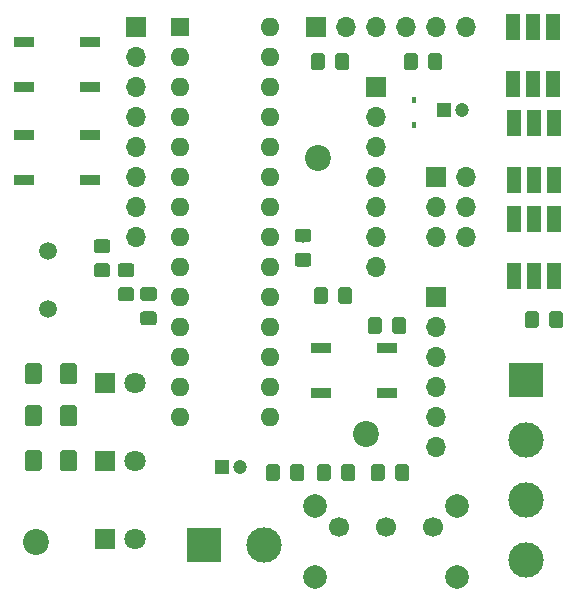
<source format=gts>
G04 #@! TF.GenerationSoftware,KiCad,Pcbnew,(5.1.2)-1*
G04 #@! TF.CreationDate,2019-06-09T10:24:47-07:00*
G04 #@! TF.ProjectId,gen3basic,67656e33-6261-4736-9963-2e6b69636164,v1.0a*
G04 #@! TF.SameCoordinates,PX3072580PY2a640d0*
G04 #@! TF.FileFunction,Soldermask,Top*
G04 #@! TF.FilePolarity,Negative*
%FSLAX46Y46*%
G04 Gerber Fmt 4.6, Leading zero omitted, Abs format (unit mm)*
G04 Created by KiCad (PCBNEW (5.1.2)-1) date 2019-06-09 10:24:47*
%MOMM*%
%LPD*%
G04 APERTURE LIST*
%ADD10R,1.303200X2.203200*%
%ADD11O,1.700000X1.700000*%
%ADD12R,1.700000X1.700000*%
%ADD13C,3.000000*%
%ADD14R,3.000000X3.000000*%
%ADD15C,1.700000*%
%ADD16C,2.000000*%
%ADD17C,0.100000*%
%ADD18C,1.150000*%
%ADD19C,2.200000*%
%ADD20R,1.727200X0.965200*%
%ADD21C,1.425000*%
%ADD22C,1.500000*%
%ADD23C,1.800000*%
%ADD24R,1.800000X1.800000*%
%ADD25R,0.450000X0.600000*%
%ADD26O,1.600000X1.600000*%
%ADD27R,1.600000X1.600000*%
%ADD28C,1.200000*%
%ADD29R,1.200000X1.200000*%
G04 APERTURE END LIST*
D10*
X43971000Y-6705000D03*
X45671000Y-6704998D03*
X47371001Y-6705000D03*
X47371000Y-1905000D03*
X45671000Y-1905002D03*
X43970999Y-1905000D03*
X44020000Y-14846000D03*
X45720000Y-14845998D03*
X47420001Y-14846000D03*
X47420000Y-10046000D03*
X45720000Y-10046002D03*
X44019999Y-10046000D03*
X44020000Y-22974000D03*
X45720000Y-22973998D03*
X47420001Y-22974000D03*
X47420000Y-18174000D03*
X45720000Y-18174002D03*
X44019999Y-18174000D03*
D11*
X40005000Y-1905000D03*
X37465000Y-1905000D03*
X34925000Y-1905000D03*
X32385000Y-1905000D03*
X29845000Y-1905000D03*
D12*
X27305000Y-1905000D03*
D13*
X22860000Y-45720000D03*
D14*
X17780000Y-45720000D03*
D15*
X37210000Y-44196000D03*
X33210000Y-44196000D03*
X29210000Y-44196000D03*
D16*
X27210000Y-48446000D03*
X39210000Y-48446000D03*
X39210000Y-42446000D03*
X27210000Y-42446000D03*
D17*
G36*
X34648505Y-26479204D02*
G01*
X34672773Y-26482804D01*
X34696572Y-26488765D01*
X34719671Y-26497030D01*
X34741850Y-26507520D01*
X34762893Y-26520132D01*
X34782599Y-26534747D01*
X34800777Y-26551223D01*
X34817253Y-26569401D01*
X34831868Y-26589107D01*
X34844480Y-26610150D01*
X34854970Y-26632329D01*
X34863235Y-26655428D01*
X34869196Y-26679227D01*
X34872796Y-26703495D01*
X34874000Y-26727999D01*
X34874000Y-27628001D01*
X34872796Y-27652505D01*
X34869196Y-27676773D01*
X34863235Y-27700572D01*
X34854970Y-27723671D01*
X34844480Y-27745850D01*
X34831868Y-27766893D01*
X34817253Y-27786599D01*
X34800777Y-27804777D01*
X34782599Y-27821253D01*
X34762893Y-27835868D01*
X34741850Y-27848480D01*
X34719671Y-27858970D01*
X34696572Y-27867235D01*
X34672773Y-27873196D01*
X34648505Y-27876796D01*
X34624001Y-27878000D01*
X33973999Y-27878000D01*
X33949495Y-27876796D01*
X33925227Y-27873196D01*
X33901428Y-27867235D01*
X33878329Y-27858970D01*
X33856150Y-27848480D01*
X33835107Y-27835868D01*
X33815401Y-27821253D01*
X33797223Y-27804777D01*
X33780747Y-27786599D01*
X33766132Y-27766893D01*
X33753520Y-27745850D01*
X33743030Y-27723671D01*
X33734765Y-27700572D01*
X33728804Y-27676773D01*
X33725204Y-27652505D01*
X33724000Y-27628001D01*
X33724000Y-26727999D01*
X33725204Y-26703495D01*
X33728804Y-26679227D01*
X33734765Y-26655428D01*
X33743030Y-26632329D01*
X33753520Y-26610150D01*
X33766132Y-26589107D01*
X33780747Y-26569401D01*
X33797223Y-26551223D01*
X33815401Y-26534747D01*
X33835107Y-26520132D01*
X33856150Y-26507520D01*
X33878329Y-26497030D01*
X33901428Y-26488765D01*
X33925227Y-26482804D01*
X33949495Y-26479204D01*
X33973999Y-26478000D01*
X34624001Y-26478000D01*
X34648505Y-26479204D01*
X34648505Y-26479204D01*
G37*
D18*
X34299000Y-27178000D03*
D17*
G36*
X32598505Y-26479204D02*
G01*
X32622773Y-26482804D01*
X32646572Y-26488765D01*
X32669671Y-26497030D01*
X32691850Y-26507520D01*
X32712893Y-26520132D01*
X32732599Y-26534747D01*
X32750777Y-26551223D01*
X32767253Y-26569401D01*
X32781868Y-26589107D01*
X32794480Y-26610150D01*
X32804970Y-26632329D01*
X32813235Y-26655428D01*
X32819196Y-26679227D01*
X32822796Y-26703495D01*
X32824000Y-26727999D01*
X32824000Y-27628001D01*
X32822796Y-27652505D01*
X32819196Y-27676773D01*
X32813235Y-27700572D01*
X32804970Y-27723671D01*
X32794480Y-27745850D01*
X32781868Y-27766893D01*
X32767253Y-27786599D01*
X32750777Y-27804777D01*
X32732599Y-27821253D01*
X32712893Y-27835868D01*
X32691850Y-27848480D01*
X32669671Y-27858970D01*
X32646572Y-27867235D01*
X32622773Y-27873196D01*
X32598505Y-27876796D01*
X32574001Y-27878000D01*
X31923999Y-27878000D01*
X31899495Y-27876796D01*
X31875227Y-27873196D01*
X31851428Y-27867235D01*
X31828329Y-27858970D01*
X31806150Y-27848480D01*
X31785107Y-27835868D01*
X31765401Y-27821253D01*
X31747223Y-27804777D01*
X31730747Y-27786599D01*
X31716132Y-27766893D01*
X31703520Y-27745850D01*
X31693030Y-27723671D01*
X31684765Y-27700572D01*
X31678804Y-27676773D01*
X31675204Y-27652505D01*
X31674000Y-27628001D01*
X31674000Y-26727999D01*
X31675204Y-26703495D01*
X31678804Y-26679227D01*
X31684765Y-26655428D01*
X31693030Y-26632329D01*
X31703520Y-26610150D01*
X31716132Y-26589107D01*
X31730747Y-26569401D01*
X31747223Y-26551223D01*
X31765401Y-26534747D01*
X31785107Y-26520132D01*
X31806150Y-26507520D01*
X31828329Y-26497030D01*
X31851428Y-26488765D01*
X31875227Y-26482804D01*
X31899495Y-26479204D01*
X31923999Y-26478000D01*
X32574001Y-26478000D01*
X32598505Y-26479204D01*
X32598505Y-26479204D01*
G37*
D18*
X32249000Y-27178000D03*
D17*
G36*
X30076505Y-23939204D02*
G01*
X30100773Y-23942804D01*
X30124572Y-23948765D01*
X30147671Y-23957030D01*
X30169850Y-23967520D01*
X30190893Y-23980132D01*
X30210599Y-23994747D01*
X30228777Y-24011223D01*
X30245253Y-24029401D01*
X30259868Y-24049107D01*
X30272480Y-24070150D01*
X30282970Y-24092329D01*
X30291235Y-24115428D01*
X30297196Y-24139227D01*
X30300796Y-24163495D01*
X30302000Y-24187999D01*
X30302000Y-25088001D01*
X30300796Y-25112505D01*
X30297196Y-25136773D01*
X30291235Y-25160572D01*
X30282970Y-25183671D01*
X30272480Y-25205850D01*
X30259868Y-25226893D01*
X30245253Y-25246599D01*
X30228777Y-25264777D01*
X30210599Y-25281253D01*
X30190893Y-25295868D01*
X30169850Y-25308480D01*
X30147671Y-25318970D01*
X30124572Y-25327235D01*
X30100773Y-25333196D01*
X30076505Y-25336796D01*
X30052001Y-25338000D01*
X29401999Y-25338000D01*
X29377495Y-25336796D01*
X29353227Y-25333196D01*
X29329428Y-25327235D01*
X29306329Y-25318970D01*
X29284150Y-25308480D01*
X29263107Y-25295868D01*
X29243401Y-25281253D01*
X29225223Y-25264777D01*
X29208747Y-25246599D01*
X29194132Y-25226893D01*
X29181520Y-25205850D01*
X29171030Y-25183671D01*
X29162765Y-25160572D01*
X29156804Y-25136773D01*
X29153204Y-25112505D01*
X29152000Y-25088001D01*
X29152000Y-24187999D01*
X29153204Y-24163495D01*
X29156804Y-24139227D01*
X29162765Y-24115428D01*
X29171030Y-24092329D01*
X29181520Y-24070150D01*
X29194132Y-24049107D01*
X29208747Y-24029401D01*
X29225223Y-24011223D01*
X29243401Y-23994747D01*
X29263107Y-23980132D01*
X29284150Y-23967520D01*
X29306329Y-23957030D01*
X29329428Y-23948765D01*
X29353227Y-23942804D01*
X29377495Y-23939204D01*
X29401999Y-23938000D01*
X30052001Y-23938000D01*
X30076505Y-23939204D01*
X30076505Y-23939204D01*
G37*
D18*
X29727000Y-24638000D03*
D17*
G36*
X28026505Y-23939204D02*
G01*
X28050773Y-23942804D01*
X28074572Y-23948765D01*
X28097671Y-23957030D01*
X28119850Y-23967520D01*
X28140893Y-23980132D01*
X28160599Y-23994747D01*
X28178777Y-24011223D01*
X28195253Y-24029401D01*
X28209868Y-24049107D01*
X28222480Y-24070150D01*
X28232970Y-24092329D01*
X28241235Y-24115428D01*
X28247196Y-24139227D01*
X28250796Y-24163495D01*
X28252000Y-24187999D01*
X28252000Y-25088001D01*
X28250796Y-25112505D01*
X28247196Y-25136773D01*
X28241235Y-25160572D01*
X28232970Y-25183671D01*
X28222480Y-25205850D01*
X28209868Y-25226893D01*
X28195253Y-25246599D01*
X28178777Y-25264777D01*
X28160599Y-25281253D01*
X28140893Y-25295868D01*
X28119850Y-25308480D01*
X28097671Y-25318970D01*
X28074572Y-25327235D01*
X28050773Y-25333196D01*
X28026505Y-25336796D01*
X28002001Y-25338000D01*
X27351999Y-25338000D01*
X27327495Y-25336796D01*
X27303227Y-25333196D01*
X27279428Y-25327235D01*
X27256329Y-25318970D01*
X27234150Y-25308480D01*
X27213107Y-25295868D01*
X27193401Y-25281253D01*
X27175223Y-25264777D01*
X27158747Y-25246599D01*
X27144132Y-25226893D01*
X27131520Y-25205850D01*
X27121030Y-25183671D01*
X27112765Y-25160572D01*
X27106804Y-25136773D01*
X27103204Y-25112505D01*
X27102000Y-25088001D01*
X27102000Y-24187999D01*
X27103204Y-24163495D01*
X27106804Y-24139227D01*
X27112765Y-24115428D01*
X27121030Y-24092329D01*
X27131520Y-24070150D01*
X27144132Y-24049107D01*
X27158747Y-24029401D01*
X27175223Y-24011223D01*
X27193401Y-23994747D01*
X27213107Y-23980132D01*
X27234150Y-23967520D01*
X27256329Y-23957030D01*
X27279428Y-23948765D01*
X27303227Y-23942804D01*
X27327495Y-23939204D01*
X27351999Y-23938000D01*
X28002001Y-23938000D01*
X28026505Y-23939204D01*
X28026505Y-23939204D01*
G37*
D18*
X27677000Y-24638000D03*
D19*
X31496000Y-36322000D03*
X27432000Y-12954000D03*
X3556000Y-45466000D03*
D17*
G36*
X23962505Y-38925204D02*
G01*
X23986773Y-38928804D01*
X24010572Y-38934765D01*
X24033671Y-38943030D01*
X24055850Y-38953520D01*
X24076893Y-38966132D01*
X24096599Y-38980747D01*
X24114777Y-38997223D01*
X24131253Y-39015401D01*
X24145868Y-39035107D01*
X24158480Y-39056150D01*
X24168970Y-39078329D01*
X24177235Y-39101428D01*
X24183196Y-39125227D01*
X24186796Y-39149495D01*
X24188000Y-39173999D01*
X24188000Y-40074001D01*
X24186796Y-40098505D01*
X24183196Y-40122773D01*
X24177235Y-40146572D01*
X24168970Y-40169671D01*
X24158480Y-40191850D01*
X24145868Y-40212893D01*
X24131253Y-40232599D01*
X24114777Y-40250777D01*
X24096599Y-40267253D01*
X24076893Y-40281868D01*
X24055850Y-40294480D01*
X24033671Y-40304970D01*
X24010572Y-40313235D01*
X23986773Y-40319196D01*
X23962505Y-40322796D01*
X23938001Y-40324000D01*
X23287999Y-40324000D01*
X23263495Y-40322796D01*
X23239227Y-40319196D01*
X23215428Y-40313235D01*
X23192329Y-40304970D01*
X23170150Y-40294480D01*
X23149107Y-40281868D01*
X23129401Y-40267253D01*
X23111223Y-40250777D01*
X23094747Y-40232599D01*
X23080132Y-40212893D01*
X23067520Y-40191850D01*
X23057030Y-40169671D01*
X23048765Y-40146572D01*
X23042804Y-40122773D01*
X23039204Y-40098505D01*
X23038000Y-40074001D01*
X23038000Y-39173999D01*
X23039204Y-39149495D01*
X23042804Y-39125227D01*
X23048765Y-39101428D01*
X23057030Y-39078329D01*
X23067520Y-39056150D01*
X23080132Y-39035107D01*
X23094747Y-39015401D01*
X23111223Y-38997223D01*
X23129401Y-38980747D01*
X23149107Y-38966132D01*
X23170150Y-38953520D01*
X23192329Y-38943030D01*
X23215428Y-38934765D01*
X23239227Y-38928804D01*
X23263495Y-38925204D01*
X23287999Y-38924000D01*
X23938001Y-38924000D01*
X23962505Y-38925204D01*
X23962505Y-38925204D01*
G37*
D18*
X23613000Y-39624000D03*
D17*
G36*
X26012505Y-38925204D02*
G01*
X26036773Y-38928804D01*
X26060572Y-38934765D01*
X26083671Y-38943030D01*
X26105850Y-38953520D01*
X26126893Y-38966132D01*
X26146599Y-38980747D01*
X26164777Y-38997223D01*
X26181253Y-39015401D01*
X26195868Y-39035107D01*
X26208480Y-39056150D01*
X26218970Y-39078329D01*
X26227235Y-39101428D01*
X26233196Y-39125227D01*
X26236796Y-39149495D01*
X26238000Y-39173999D01*
X26238000Y-40074001D01*
X26236796Y-40098505D01*
X26233196Y-40122773D01*
X26227235Y-40146572D01*
X26218970Y-40169671D01*
X26208480Y-40191850D01*
X26195868Y-40212893D01*
X26181253Y-40232599D01*
X26164777Y-40250777D01*
X26146599Y-40267253D01*
X26126893Y-40281868D01*
X26105850Y-40294480D01*
X26083671Y-40304970D01*
X26060572Y-40313235D01*
X26036773Y-40319196D01*
X26012505Y-40322796D01*
X25988001Y-40324000D01*
X25337999Y-40324000D01*
X25313495Y-40322796D01*
X25289227Y-40319196D01*
X25265428Y-40313235D01*
X25242329Y-40304970D01*
X25220150Y-40294480D01*
X25199107Y-40281868D01*
X25179401Y-40267253D01*
X25161223Y-40250777D01*
X25144747Y-40232599D01*
X25130132Y-40212893D01*
X25117520Y-40191850D01*
X25107030Y-40169671D01*
X25098765Y-40146572D01*
X25092804Y-40122773D01*
X25089204Y-40098505D01*
X25088000Y-40074001D01*
X25088000Y-39173999D01*
X25089204Y-39149495D01*
X25092804Y-39125227D01*
X25098765Y-39101428D01*
X25107030Y-39078329D01*
X25117520Y-39056150D01*
X25130132Y-39035107D01*
X25144747Y-39015401D01*
X25161223Y-38997223D01*
X25179401Y-38980747D01*
X25199107Y-38966132D01*
X25220150Y-38953520D01*
X25242329Y-38943030D01*
X25265428Y-38934765D01*
X25289227Y-38928804D01*
X25313495Y-38925204D01*
X25337999Y-38924000D01*
X25988001Y-38924000D01*
X26012505Y-38925204D01*
X26012505Y-38925204D01*
G37*
D18*
X25663000Y-39624000D03*
D20*
X33274000Y-32893000D03*
X27686000Y-32893000D03*
X33274000Y-29083000D03*
X27686000Y-29083000D03*
D17*
G36*
X3825504Y-33924204D02*
G01*
X3849773Y-33927804D01*
X3873571Y-33933765D01*
X3896671Y-33942030D01*
X3918849Y-33952520D01*
X3939893Y-33965133D01*
X3959598Y-33979747D01*
X3977777Y-33996223D01*
X3994253Y-34014402D01*
X4008867Y-34034107D01*
X4021480Y-34055151D01*
X4031970Y-34077329D01*
X4040235Y-34100429D01*
X4046196Y-34124227D01*
X4049796Y-34148496D01*
X4051000Y-34173000D01*
X4051000Y-35423000D01*
X4049796Y-35447504D01*
X4046196Y-35471773D01*
X4040235Y-35495571D01*
X4031970Y-35518671D01*
X4021480Y-35540849D01*
X4008867Y-35561893D01*
X3994253Y-35581598D01*
X3977777Y-35599777D01*
X3959598Y-35616253D01*
X3939893Y-35630867D01*
X3918849Y-35643480D01*
X3896671Y-35653970D01*
X3873571Y-35662235D01*
X3849773Y-35668196D01*
X3825504Y-35671796D01*
X3801000Y-35673000D01*
X2876000Y-35673000D01*
X2851496Y-35671796D01*
X2827227Y-35668196D01*
X2803429Y-35662235D01*
X2780329Y-35653970D01*
X2758151Y-35643480D01*
X2737107Y-35630867D01*
X2717402Y-35616253D01*
X2699223Y-35599777D01*
X2682747Y-35581598D01*
X2668133Y-35561893D01*
X2655520Y-35540849D01*
X2645030Y-35518671D01*
X2636765Y-35495571D01*
X2630804Y-35471773D01*
X2627204Y-35447504D01*
X2626000Y-35423000D01*
X2626000Y-34173000D01*
X2627204Y-34148496D01*
X2630804Y-34124227D01*
X2636765Y-34100429D01*
X2645030Y-34077329D01*
X2655520Y-34055151D01*
X2668133Y-34034107D01*
X2682747Y-34014402D01*
X2699223Y-33996223D01*
X2717402Y-33979747D01*
X2737107Y-33965133D01*
X2758151Y-33952520D01*
X2780329Y-33942030D01*
X2803429Y-33933765D01*
X2827227Y-33927804D01*
X2851496Y-33924204D01*
X2876000Y-33923000D01*
X3801000Y-33923000D01*
X3825504Y-33924204D01*
X3825504Y-33924204D01*
G37*
D21*
X3338500Y-34798000D03*
D17*
G36*
X6800504Y-33924204D02*
G01*
X6824773Y-33927804D01*
X6848571Y-33933765D01*
X6871671Y-33942030D01*
X6893849Y-33952520D01*
X6914893Y-33965133D01*
X6934598Y-33979747D01*
X6952777Y-33996223D01*
X6969253Y-34014402D01*
X6983867Y-34034107D01*
X6996480Y-34055151D01*
X7006970Y-34077329D01*
X7015235Y-34100429D01*
X7021196Y-34124227D01*
X7024796Y-34148496D01*
X7026000Y-34173000D01*
X7026000Y-35423000D01*
X7024796Y-35447504D01*
X7021196Y-35471773D01*
X7015235Y-35495571D01*
X7006970Y-35518671D01*
X6996480Y-35540849D01*
X6983867Y-35561893D01*
X6969253Y-35581598D01*
X6952777Y-35599777D01*
X6934598Y-35616253D01*
X6914893Y-35630867D01*
X6893849Y-35643480D01*
X6871671Y-35653970D01*
X6848571Y-35662235D01*
X6824773Y-35668196D01*
X6800504Y-35671796D01*
X6776000Y-35673000D01*
X5851000Y-35673000D01*
X5826496Y-35671796D01*
X5802227Y-35668196D01*
X5778429Y-35662235D01*
X5755329Y-35653970D01*
X5733151Y-35643480D01*
X5712107Y-35630867D01*
X5692402Y-35616253D01*
X5674223Y-35599777D01*
X5657747Y-35581598D01*
X5643133Y-35561893D01*
X5630520Y-35540849D01*
X5620030Y-35518671D01*
X5611765Y-35495571D01*
X5605804Y-35471773D01*
X5602204Y-35447504D01*
X5601000Y-35423000D01*
X5601000Y-34173000D01*
X5602204Y-34148496D01*
X5605804Y-34124227D01*
X5611765Y-34100429D01*
X5620030Y-34077329D01*
X5630520Y-34055151D01*
X5643133Y-34034107D01*
X5657747Y-34014402D01*
X5674223Y-33996223D01*
X5692402Y-33979747D01*
X5712107Y-33965133D01*
X5733151Y-33952520D01*
X5755329Y-33942030D01*
X5778429Y-33933765D01*
X5802227Y-33927804D01*
X5826496Y-33924204D01*
X5851000Y-33923000D01*
X6776000Y-33923000D01*
X6800504Y-33924204D01*
X6800504Y-33924204D01*
G37*
D21*
X6313500Y-34798000D03*
D17*
G36*
X3825504Y-30368204D02*
G01*
X3849773Y-30371804D01*
X3873571Y-30377765D01*
X3896671Y-30386030D01*
X3918849Y-30396520D01*
X3939893Y-30409133D01*
X3959598Y-30423747D01*
X3977777Y-30440223D01*
X3994253Y-30458402D01*
X4008867Y-30478107D01*
X4021480Y-30499151D01*
X4031970Y-30521329D01*
X4040235Y-30544429D01*
X4046196Y-30568227D01*
X4049796Y-30592496D01*
X4051000Y-30617000D01*
X4051000Y-31867000D01*
X4049796Y-31891504D01*
X4046196Y-31915773D01*
X4040235Y-31939571D01*
X4031970Y-31962671D01*
X4021480Y-31984849D01*
X4008867Y-32005893D01*
X3994253Y-32025598D01*
X3977777Y-32043777D01*
X3959598Y-32060253D01*
X3939893Y-32074867D01*
X3918849Y-32087480D01*
X3896671Y-32097970D01*
X3873571Y-32106235D01*
X3849773Y-32112196D01*
X3825504Y-32115796D01*
X3801000Y-32117000D01*
X2876000Y-32117000D01*
X2851496Y-32115796D01*
X2827227Y-32112196D01*
X2803429Y-32106235D01*
X2780329Y-32097970D01*
X2758151Y-32087480D01*
X2737107Y-32074867D01*
X2717402Y-32060253D01*
X2699223Y-32043777D01*
X2682747Y-32025598D01*
X2668133Y-32005893D01*
X2655520Y-31984849D01*
X2645030Y-31962671D01*
X2636765Y-31939571D01*
X2630804Y-31915773D01*
X2627204Y-31891504D01*
X2626000Y-31867000D01*
X2626000Y-30617000D01*
X2627204Y-30592496D01*
X2630804Y-30568227D01*
X2636765Y-30544429D01*
X2645030Y-30521329D01*
X2655520Y-30499151D01*
X2668133Y-30478107D01*
X2682747Y-30458402D01*
X2699223Y-30440223D01*
X2717402Y-30423747D01*
X2737107Y-30409133D01*
X2758151Y-30396520D01*
X2780329Y-30386030D01*
X2803429Y-30377765D01*
X2827227Y-30371804D01*
X2851496Y-30368204D01*
X2876000Y-30367000D01*
X3801000Y-30367000D01*
X3825504Y-30368204D01*
X3825504Y-30368204D01*
G37*
D21*
X3338500Y-31242000D03*
D17*
G36*
X6800504Y-30368204D02*
G01*
X6824773Y-30371804D01*
X6848571Y-30377765D01*
X6871671Y-30386030D01*
X6893849Y-30396520D01*
X6914893Y-30409133D01*
X6934598Y-30423747D01*
X6952777Y-30440223D01*
X6969253Y-30458402D01*
X6983867Y-30478107D01*
X6996480Y-30499151D01*
X7006970Y-30521329D01*
X7015235Y-30544429D01*
X7021196Y-30568227D01*
X7024796Y-30592496D01*
X7026000Y-30617000D01*
X7026000Y-31867000D01*
X7024796Y-31891504D01*
X7021196Y-31915773D01*
X7015235Y-31939571D01*
X7006970Y-31962671D01*
X6996480Y-31984849D01*
X6983867Y-32005893D01*
X6969253Y-32025598D01*
X6952777Y-32043777D01*
X6934598Y-32060253D01*
X6914893Y-32074867D01*
X6893849Y-32087480D01*
X6871671Y-32097970D01*
X6848571Y-32106235D01*
X6824773Y-32112196D01*
X6800504Y-32115796D01*
X6776000Y-32117000D01*
X5851000Y-32117000D01*
X5826496Y-32115796D01*
X5802227Y-32112196D01*
X5778429Y-32106235D01*
X5755329Y-32097970D01*
X5733151Y-32087480D01*
X5712107Y-32074867D01*
X5692402Y-32060253D01*
X5674223Y-32043777D01*
X5657747Y-32025598D01*
X5643133Y-32005893D01*
X5630520Y-31984849D01*
X5620030Y-31962671D01*
X5611765Y-31939571D01*
X5605804Y-31915773D01*
X5602204Y-31891504D01*
X5601000Y-31867000D01*
X5601000Y-30617000D01*
X5602204Y-30592496D01*
X5605804Y-30568227D01*
X5611765Y-30544429D01*
X5620030Y-30521329D01*
X5630520Y-30499151D01*
X5643133Y-30478107D01*
X5657747Y-30458402D01*
X5674223Y-30440223D01*
X5692402Y-30423747D01*
X5712107Y-30409133D01*
X5733151Y-30396520D01*
X5755329Y-30386030D01*
X5778429Y-30377765D01*
X5802227Y-30371804D01*
X5826496Y-30368204D01*
X5851000Y-30367000D01*
X6776000Y-30367000D01*
X6800504Y-30368204D01*
X6800504Y-30368204D01*
G37*
D21*
X6313500Y-31242000D03*
D17*
G36*
X3825504Y-37734204D02*
G01*
X3849773Y-37737804D01*
X3873571Y-37743765D01*
X3896671Y-37752030D01*
X3918849Y-37762520D01*
X3939893Y-37775133D01*
X3959598Y-37789747D01*
X3977777Y-37806223D01*
X3994253Y-37824402D01*
X4008867Y-37844107D01*
X4021480Y-37865151D01*
X4031970Y-37887329D01*
X4040235Y-37910429D01*
X4046196Y-37934227D01*
X4049796Y-37958496D01*
X4051000Y-37983000D01*
X4051000Y-39233000D01*
X4049796Y-39257504D01*
X4046196Y-39281773D01*
X4040235Y-39305571D01*
X4031970Y-39328671D01*
X4021480Y-39350849D01*
X4008867Y-39371893D01*
X3994253Y-39391598D01*
X3977777Y-39409777D01*
X3959598Y-39426253D01*
X3939893Y-39440867D01*
X3918849Y-39453480D01*
X3896671Y-39463970D01*
X3873571Y-39472235D01*
X3849773Y-39478196D01*
X3825504Y-39481796D01*
X3801000Y-39483000D01*
X2876000Y-39483000D01*
X2851496Y-39481796D01*
X2827227Y-39478196D01*
X2803429Y-39472235D01*
X2780329Y-39463970D01*
X2758151Y-39453480D01*
X2737107Y-39440867D01*
X2717402Y-39426253D01*
X2699223Y-39409777D01*
X2682747Y-39391598D01*
X2668133Y-39371893D01*
X2655520Y-39350849D01*
X2645030Y-39328671D01*
X2636765Y-39305571D01*
X2630804Y-39281773D01*
X2627204Y-39257504D01*
X2626000Y-39233000D01*
X2626000Y-37983000D01*
X2627204Y-37958496D01*
X2630804Y-37934227D01*
X2636765Y-37910429D01*
X2645030Y-37887329D01*
X2655520Y-37865151D01*
X2668133Y-37844107D01*
X2682747Y-37824402D01*
X2699223Y-37806223D01*
X2717402Y-37789747D01*
X2737107Y-37775133D01*
X2758151Y-37762520D01*
X2780329Y-37752030D01*
X2803429Y-37743765D01*
X2827227Y-37737804D01*
X2851496Y-37734204D01*
X2876000Y-37733000D01*
X3801000Y-37733000D01*
X3825504Y-37734204D01*
X3825504Y-37734204D01*
G37*
D21*
X3338500Y-38608000D03*
D17*
G36*
X6800504Y-37734204D02*
G01*
X6824773Y-37737804D01*
X6848571Y-37743765D01*
X6871671Y-37752030D01*
X6893849Y-37762520D01*
X6914893Y-37775133D01*
X6934598Y-37789747D01*
X6952777Y-37806223D01*
X6969253Y-37824402D01*
X6983867Y-37844107D01*
X6996480Y-37865151D01*
X7006970Y-37887329D01*
X7015235Y-37910429D01*
X7021196Y-37934227D01*
X7024796Y-37958496D01*
X7026000Y-37983000D01*
X7026000Y-39233000D01*
X7024796Y-39257504D01*
X7021196Y-39281773D01*
X7015235Y-39305571D01*
X7006970Y-39328671D01*
X6996480Y-39350849D01*
X6983867Y-39371893D01*
X6969253Y-39391598D01*
X6952777Y-39409777D01*
X6934598Y-39426253D01*
X6914893Y-39440867D01*
X6893849Y-39453480D01*
X6871671Y-39463970D01*
X6848571Y-39472235D01*
X6824773Y-39478196D01*
X6800504Y-39481796D01*
X6776000Y-39483000D01*
X5851000Y-39483000D01*
X5826496Y-39481796D01*
X5802227Y-39478196D01*
X5778429Y-39472235D01*
X5755329Y-39463970D01*
X5733151Y-39453480D01*
X5712107Y-39440867D01*
X5692402Y-39426253D01*
X5674223Y-39409777D01*
X5657747Y-39391598D01*
X5643133Y-39371893D01*
X5630520Y-39350849D01*
X5620030Y-39328671D01*
X5611765Y-39305571D01*
X5605804Y-39281773D01*
X5602204Y-39257504D01*
X5601000Y-39233000D01*
X5601000Y-37983000D01*
X5602204Y-37958496D01*
X5605804Y-37934227D01*
X5611765Y-37910429D01*
X5620030Y-37887329D01*
X5630520Y-37865151D01*
X5643133Y-37844107D01*
X5657747Y-37824402D01*
X5674223Y-37806223D01*
X5692402Y-37789747D01*
X5712107Y-37775133D01*
X5733151Y-37762520D01*
X5755329Y-37752030D01*
X5778429Y-37743765D01*
X5802227Y-37737804D01*
X5826496Y-37734204D01*
X5851000Y-37733000D01*
X6776000Y-37733000D01*
X6800504Y-37734204D01*
X6800504Y-37734204D01*
G37*
D21*
X6313500Y-38608000D03*
D17*
G36*
X11650505Y-23946204D02*
G01*
X11674773Y-23949804D01*
X11698572Y-23955765D01*
X11721671Y-23964030D01*
X11743850Y-23974520D01*
X11764893Y-23987132D01*
X11784599Y-24001747D01*
X11802777Y-24018223D01*
X11819253Y-24036401D01*
X11833868Y-24056107D01*
X11846480Y-24077150D01*
X11856970Y-24099329D01*
X11865235Y-24122428D01*
X11871196Y-24146227D01*
X11874796Y-24170495D01*
X11876000Y-24194999D01*
X11876000Y-24845001D01*
X11874796Y-24869505D01*
X11871196Y-24893773D01*
X11865235Y-24917572D01*
X11856970Y-24940671D01*
X11846480Y-24962850D01*
X11833868Y-24983893D01*
X11819253Y-25003599D01*
X11802777Y-25021777D01*
X11784599Y-25038253D01*
X11764893Y-25052868D01*
X11743850Y-25065480D01*
X11721671Y-25075970D01*
X11698572Y-25084235D01*
X11674773Y-25090196D01*
X11650505Y-25093796D01*
X11626001Y-25095000D01*
X10725999Y-25095000D01*
X10701495Y-25093796D01*
X10677227Y-25090196D01*
X10653428Y-25084235D01*
X10630329Y-25075970D01*
X10608150Y-25065480D01*
X10587107Y-25052868D01*
X10567401Y-25038253D01*
X10549223Y-25021777D01*
X10532747Y-25003599D01*
X10518132Y-24983893D01*
X10505520Y-24962850D01*
X10495030Y-24940671D01*
X10486765Y-24917572D01*
X10480804Y-24893773D01*
X10477204Y-24869505D01*
X10476000Y-24845001D01*
X10476000Y-24194999D01*
X10477204Y-24170495D01*
X10480804Y-24146227D01*
X10486765Y-24122428D01*
X10495030Y-24099329D01*
X10505520Y-24077150D01*
X10518132Y-24056107D01*
X10532747Y-24036401D01*
X10549223Y-24018223D01*
X10567401Y-24001747D01*
X10587107Y-23987132D01*
X10608150Y-23974520D01*
X10630329Y-23964030D01*
X10653428Y-23955765D01*
X10677227Y-23949804D01*
X10701495Y-23946204D01*
X10725999Y-23945000D01*
X11626001Y-23945000D01*
X11650505Y-23946204D01*
X11650505Y-23946204D01*
G37*
D18*
X11176000Y-24520000D03*
D17*
G36*
X11650505Y-21896204D02*
G01*
X11674773Y-21899804D01*
X11698572Y-21905765D01*
X11721671Y-21914030D01*
X11743850Y-21924520D01*
X11764893Y-21937132D01*
X11784599Y-21951747D01*
X11802777Y-21968223D01*
X11819253Y-21986401D01*
X11833868Y-22006107D01*
X11846480Y-22027150D01*
X11856970Y-22049329D01*
X11865235Y-22072428D01*
X11871196Y-22096227D01*
X11874796Y-22120495D01*
X11876000Y-22144999D01*
X11876000Y-22795001D01*
X11874796Y-22819505D01*
X11871196Y-22843773D01*
X11865235Y-22867572D01*
X11856970Y-22890671D01*
X11846480Y-22912850D01*
X11833868Y-22933893D01*
X11819253Y-22953599D01*
X11802777Y-22971777D01*
X11784599Y-22988253D01*
X11764893Y-23002868D01*
X11743850Y-23015480D01*
X11721671Y-23025970D01*
X11698572Y-23034235D01*
X11674773Y-23040196D01*
X11650505Y-23043796D01*
X11626001Y-23045000D01*
X10725999Y-23045000D01*
X10701495Y-23043796D01*
X10677227Y-23040196D01*
X10653428Y-23034235D01*
X10630329Y-23025970D01*
X10608150Y-23015480D01*
X10587107Y-23002868D01*
X10567401Y-22988253D01*
X10549223Y-22971777D01*
X10532747Y-22953599D01*
X10518132Y-22933893D01*
X10505520Y-22912850D01*
X10495030Y-22890671D01*
X10486765Y-22867572D01*
X10480804Y-22843773D01*
X10477204Y-22819505D01*
X10476000Y-22795001D01*
X10476000Y-22144999D01*
X10477204Y-22120495D01*
X10480804Y-22096227D01*
X10486765Y-22072428D01*
X10495030Y-22049329D01*
X10505520Y-22027150D01*
X10518132Y-22006107D01*
X10532747Y-21986401D01*
X10549223Y-21968223D01*
X10567401Y-21951747D01*
X10587107Y-21937132D01*
X10608150Y-21924520D01*
X10630329Y-21914030D01*
X10653428Y-21905765D01*
X10677227Y-21899804D01*
X10701495Y-21896204D01*
X10725999Y-21895000D01*
X11626001Y-21895000D01*
X11650505Y-21896204D01*
X11650505Y-21896204D01*
G37*
D18*
X11176000Y-22470000D03*
D22*
X4572000Y-20901000D03*
X4572000Y-25781000D03*
D20*
X8128000Y-14859000D03*
X2540000Y-14859000D03*
X8128000Y-11049000D03*
X2540000Y-11049000D03*
X8128000Y-6985000D03*
X2540000Y-6985000D03*
X8128000Y-3175000D03*
X2540000Y-3175000D03*
D17*
G36*
X37696505Y-4127204D02*
G01*
X37720773Y-4130804D01*
X37744572Y-4136765D01*
X37767671Y-4145030D01*
X37789850Y-4155520D01*
X37810893Y-4168132D01*
X37830599Y-4182747D01*
X37848777Y-4199223D01*
X37865253Y-4217401D01*
X37879868Y-4237107D01*
X37892480Y-4258150D01*
X37902970Y-4280329D01*
X37911235Y-4303428D01*
X37917196Y-4327227D01*
X37920796Y-4351495D01*
X37922000Y-4375999D01*
X37922000Y-5276001D01*
X37920796Y-5300505D01*
X37917196Y-5324773D01*
X37911235Y-5348572D01*
X37902970Y-5371671D01*
X37892480Y-5393850D01*
X37879868Y-5414893D01*
X37865253Y-5434599D01*
X37848777Y-5452777D01*
X37830599Y-5469253D01*
X37810893Y-5483868D01*
X37789850Y-5496480D01*
X37767671Y-5506970D01*
X37744572Y-5515235D01*
X37720773Y-5521196D01*
X37696505Y-5524796D01*
X37672001Y-5526000D01*
X37021999Y-5526000D01*
X36997495Y-5524796D01*
X36973227Y-5521196D01*
X36949428Y-5515235D01*
X36926329Y-5506970D01*
X36904150Y-5496480D01*
X36883107Y-5483868D01*
X36863401Y-5469253D01*
X36845223Y-5452777D01*
X36828747Y-5434599D01*
X36814132Y-5414893D01*
X36801520Y-5393850D01*
X36791030Y-5371671D01*
X36782765Y-5348572D01*
X36776804Y-5324773D01*
X36773204Y-5300505D01*
X36772000Y-5276001D01*
X36772000Y-4375999D01*
X36773204Y-4351495D01*
X36776804Y-4327227D01*
X36782765Y-4303428D01*
X36791030Y-4280329D01*
X36801520Y-4258150D01*
X36814132Y-4237107D01*
X36828747Y-4217401D01*
X36845223Y-4199223D01*
X36863401Y-4182747D01*
X36883107Y-4168132D01*
X36904150Y-4155520D01*
X36926329Y-4145030D01*
X36949428Y-4136765D01*
X36973227Y-4130804D01*
X36997495Y-4127204D01*
X37021999Y-4126000D01*
X37672001Y-4126000D01*
X37696505Y-4127204D01*
X37696505Y-4127204D01*
G37*
D18*
X37347000Y-4826000D03*
D17*
G36*
X35646505Y-4127204D02*
G01*
X35670773Y-4130804D01*
X35694572Y-4136765D01*
X35717671Y-4145030D01*
X35739850Y-4155520D01*
X35760893Y-4168132D01*
X35780599Y-4182747D01*
X35798777Y-4199223D01*
X35815253Y-4217401D01*
X35829868Y-4237107D01*
X35842480Y-4258150D01*
X35852970Y-4280329D01*
X35861235Y-4303428D01*
X35867196Y-4327227D01*
X35870796Y-4351495D01*
X35872000Y-4375999D01*
X35872000Y-5276001D01*
X35870796Y-5300505D01*
X35867196Y-5324773D01*
X35861235Y-5348572D01*
X35852970Y-5371671D01*
X35842480Y-5393850D01*
X35829868Y-5414893D01*
X35815253Y-5434599D01*
X35798777Y-5452777D01*
X35780599Y-5469253D01*
X35760893Y-5483868D01*
X35739850Y-5496480D01*
X35717671Y-5506970D01*
X35694572Y-5515235D01*
X35670773Y-5521196D01*
X35646505Y-5524796D01*
X35622001Y-5526000D01*
X34971999Y-5526000D01*
X34947495Y-5524796D01*
X34923227Y-5521196D01*
X34899428Y-5515235D01*
X34876329Y-5506970D01*
X34854150Y-5496480D01*
X34833107Y-5483868D01*
X34813401Y-5469253D01*
X34795223Y-5452777D01*
X34778747Y-5434599D01*
X34764132Y-5414893D01*
X34751520Y-5393850D01*
X34741030Y-5371671D01*
X34732765Y-5348572D01*
X34726804Y-5324773D01*
X34723204Y-5300505D01*
X34722000Y-5276001D01*
X34722000Y-4375999D01*
X34723204Y-4351495D01*
X34726804Y-4327227D01*
X34732765Y-4303428D01*
X34741030Y-4280329D01*
X34751520Y-4258150D01*
X34764132Y-4237107D01*
X34778747Y-4217401D01*
X34795223Y-4199223D01*
X34813401Y-4182747D01*
X34833107Y-4168132D01*
X34854150Y-4155520D01*
X34876329Y-4145030D01*
X34899428Y-4136765D01*
X34923227Y-4130804D01*
X34947495Y-4127204D01*
X34971999Y-4126000D01*
X35622001Y-4126000D01*
X35646505Y-4127204D01*
X35646505Y-4127204D01*
G37*
D18*
X35297000Y-4826000D03*
D17*
G36*
X32852505Y-38925204D02*
G01*
X32876773Y-38928804D01*
X32900572Y-38934765D01*
X32923671Y-38943030D01*
X32945850Y-38953520D01*
X32966893Y-38966132D01*
X32986599Y-38980747D01*
X33004777Y-38997223D01*
X33021253Y-39015401D01*
X33035868Y-39035107D01*
X33048480Y-39056150D01*
X33058970Y-39078329D01*
X33067235Y-39101428D01*
X33073196Y-39125227D01*
X33076796Y-39149495D01*
X33078000Y-39173999D01*
X33078000Y-40074001D01*
X33076796Y-40098505D01*
X33073196Y-40122773D01*
X33067235Y-40146572D01*
X33058970Y-40169671D01*
X33048480Y-40191850D01*
X33035868Y-40212893D01*
X33021253Y-40232599D01*
X33004777Y-40250777D01*
X32986599Y-40267253D01*
X32966893Y-40281868D01*
X32945850Y-40294480D01*
X32923671Y-40304970D01*
X32900572Y-40313235D01*
X32876773Y-40319196D01*
X32852505Y-40322796D01*
X32828001Y-40324000D01*
X32177999Y-40324000D01*
X32153495Y-40322796D01*
X32129227Y-40319196D01*
X32105428Y-40313235D01*
X32082329Y-40304970D01*
X32060150Y-40294480D01*
X32039107Y-40281868D01*
X32019401Y-40267253D01*
X32001223Y-40250777D01*
X31984747Y-40232599D01*
X31970132Y-40212893D01*
X31957520Y-40191850D01*
X31947030Y-40169671D01*
X31938765Y-40146572D01*
X31932804Y-40122773D01*
X31929204Y-40098505D01*
X31928000Y-40074001D01*
X31928000Y-39173999D01*
X31929204Y-39149495D01*
X31932804Y-39125227D01*
X31938765Y-39101428D01*
X31947030Y-39078329D01*
X31957520Y-39056150D01*
X31970132Y-39035107D01*
X31984747Y-39015401D01*
X32001223Y-38997223D01*
X32019401Y-38980747D01*
X32039107Y-38966132D01*
X32060150Y-38953520D01*
X32082329Y-38943030D01*
X32105428Y-38934765D01*
X32129227Y-38928804D01*
X32153495Y-38925204D01*
X32177999Y-38924000D01*
X32828001Y-38924000D01*
X32852505Y-38925204D01*
X32852505Y-38925204D01*
G37*
D18*
X32503000Y-39624000D03*
D17*
G36*
X34902505Y-38925204D02*
G01*
X34926773Y-38928804D01*
X34950572Y-38934765D01*
X34973671Y-38943030D01*
X34995850Y-38953520D01*
X35016893Y-38966132D01*
X35036599Y-38980747D01*
X35054777Y-38997223D01*
X35071253Y-39015401D01*
X35085868Y-39035107D01*
X35098480Y-39056150D01*
X35108970Y-39078329D01*
X35117235Y-39101428D01*
X35123196Y-39125227D01*
X35126796Y-39149495D01*
X35128000Y-39173999D01*
X35128000Y-40074001D01*
X35126796Y-40098505D01*
X35123196Y-40122773D01*
X35117235Y-40146572D01*
X35108970Y-40169671D01*
X35098480Y-40191850D01*
X35085868Y-40212893D01*
X35071253Y-40232599D01*
X35054777Y-40250777D01*
X35036599Y-40267253D01*
X35016893Y-40281868D01*
X34995850Y-40294480D01*
X34973671Y-40304970D01*
X34950572Y-40313235D01*
X34926773Y-40319196D01*
X34902505Y-40322796D01*
X34878001Y-40324000D01*
X34227999Y-40324000D01*
X34203495Y-40322796D01*
X34179227Y-40319196D01*
X34155428Y-40313235D01*
X34132329Y-40304970D01*
X34110150Y-40294480D01*
X34089107Y-40281868D01*
X34069401Y-40267253D01*
X34051223Y-40250777D01*
X34034747Y-40232599D01*
X34020132Y-40212893D01*
X34007520Y-40191850D01*
X33997030Y-40169671D01*
X33988765Y-40146572D01*
X33982804Y-40122773D01*
X33979204Y-40098505D01*
X33978000Y-40074001D01*
X33978000Y-39173999D01*
X33979204Y-39149495D01*
X33982804Y-39125227D01*
X33988765Y-39101428D01*
X33997030Y-39078329D01*
X34007520Y-39056150D01*
X34020132Y-39035107D01*
X34034747Y-39015401D01*
X34051223Y-38997223D01*
X34069401Y-38980747D01*
X34089107Y-38966132D01*
X34110150Y-38953520D01*
X34132329Y-38943030D01*
X34155428Y-38934765D01*
X34179227Y-38928804D01*
X34203495Y-38925204D01*
X34227999Y-38924000D01*
X34878001Y-38924000D01*
X34902505Y-38925204D01*
X34902505Y-38925204D01*
G37*
D18*
X34553000Y-39624000D03*
D11*
X32385000Y-22225000D03*
X32385000Y-19685000D03*
X32385000Y-17145000D03*
X32385000Y-14605000D03*
X32385000Y-12065000D03*
X32385000Y-9525000D03*
D12*
X32385000Y-6985000D03*
D11*
X37465000Y-37465000D03*
X37465000Y-34925000D03*
X37465000Y-32385000D03*
X37465000Y-29845000D03*
X37465000Y-27305000D03*
D12*
X37465000Y-24765000D03*
D23*
X11938000Y-38608000D03*
D24*
X9398000Y-38608000D03*
D23*
X11938000Y-32004000D03*
D24*
X9398000Y-32004000D03*
D25*
X35560000Y-10194000D03*
X35560000Y-8094000D03*
D17*
G36*
X28280505Y-38925204D02*
G01*
X28304773Y-38928804D01*
X28328572Y-38934765D01*
X28351671Y-38943030D01*
X28373850Y-38953520D01*
X28394893Y-38966132D01*
X28414599Y-38980747D01*
X28432777Y-38997223D01*
X28449253Y-39015401D01*
X28463868Y-39035107D01*
X28476480Y-39056150D01*
X28486970Y-39078329D01*
X28495235Y-39101428D01*
X28501196Y-39125227D01*
X28504796Y-39149495D01*
X28506000Y-39173999D01*
X28506000Y-40074001D01*
X28504796Y-40098505D01*
X28501196Y-40122773D01*
X28495235Y-40146572D01*
X28486970Y-40169671D01*
X28476480Y-40191850D01*
X28463868Y-40212893D01*
X28449253Y-40232599D01*
X28432777Y-40250777D01*
X28414599Y-40267253D01*
X28394893Y-40281868D01*
X28373850Y-40294480D01*
X28351671Y-40304970D01*
X28328572Y-40313235D01*
X28304773Y-40319196D01*
X28280505Y-40322796D01*
X28256001Y-40324000D01*
X27605999Y-40324000D01*
X27581495Y-40322796D01*
X27557227Y-40319196D01*
X27533428Y-40313235D01*
X27510329Y-40304970D01*
X27488150Y-40294480D01*
X27467107Y-40281868D01*
X27447401Y-40267253D01*
X27429223Y-40250777D01*
X27412747Y-40232599D01*
X27398132Y-40212893D01*
X27385520Y-40191850D01*
X27375030Y-40169671D01*
X27366765Y-40146572D01*
X27360804Y-40122773D01*
X27357204Y-40098505D01*
X27356000Y-40074001D01*
X27356000Y-39173999D01*
X27357204Y-39149495D01*
X27360804Y-39125227D01*
X27366765Y-39101428D01*
X27375030Y-39078329D01*
X27385520Y-39056150D01*
X27398132Y-39035107D01*
X27412747Y-39015401D01*
X27429223Y-38997223D01*
X27447401Y-38980747D01*
X27467107Y-38966132D01*
X27488150Y-38953520D01*
X27510329Y-38943030D01*
X27533428Y-38934765D01*
X27557227Y-38928804D01*
X27581495Y-38925204D01*
X27605999Y-38924000D01*
X28256001Y-38924000D01*
X28280505Y-38925204D01*
X28280505Y-38925204D01*
G37*
D18*
X27931000Y-39624000D03*
D17*
G36*
X30330505Y-38925204D02*
G01*
X30354773Y-38928804D01*
X30378572Y-38934765D01*
X30401671Y-38943030D01*
X30423850Y-38953520D01*
X30444893Y-38966132D01*
X30464599Y-38980747D01*
X30482777Y-38997223D01*
X30499253Y-39015401D01*
X30513868Y-39035107D01*
X30526480Y-39056150D01*
X30536970Y-39078329D01*
X30545235Y-39101428D01*
X30551196Y-39125227D01*
X30554796Y-39149495D01*
X30556000Y-39173999D01*
X30556000Y-40074001D01*
X30554796Y-40098505D01*
X30551196Y-40122773D01*
X30545235Y-40146572D01*
X30536970Y-40169671D01*
X30526480Y-40191850D01*
X30513868Y-40212893D01*
X30499253Y-40232599D01*
X30482777Y-40250777D01*
X30464599Y-40267253D01*
X30444893Y-40281868D01*
X30423850Y-40294480D01*
X30401671Y-40304970D01*
X30378572Y-40313235D01*
X30354773Y-40319196D01*
X30330505Y-40322796D01*
X30306001Y-40324000D01*
X29655999Y-40324000D01*
X29631495Y-40322796D01*
X29607227Y-40319196D01*
X29583428Y-40313235D01*
X29560329Y-40304970D01*
X29538150Y-40294480D01*
X29517107Y-40281868D01*
X29497401Y-40267253D01*
X29479223Y-40250777D01*
X29462747Y-40232599D01*
X29448132Y-40212893D01*
X29435520Y-40191850D01*
X29425030Y-40169671D01*
X29416765Y-40146572D01*
X29410804Y-40122773D01*
X29407204Y-40098505D01*
X29406000Y-40074001D01*
X29406000Y-39173999D01*
X29407204Y-39149495D01*
X29410804Y-39125227D01*
X29416765Y-39101428D01*
X29425030Y-39078329D01*
X29435520Y-39056150D01*
X29448132Y-39035107D01*
X29462747Y-39015401D01*
X29479223Y-38997223D01*
X29497401Y-38980747D01*
X29517107Y-38966132D01*
X29538150Y-38953520D01*
X29560329Y-38943030D01*
X29583428Y-38934765D01*
X29607227Y-38928804D01*
X29631495Y-38925204D01*
X29655999Y-38924000D01*
X30306001Y-38924000D01*
X30330505Y-38925204D01*
X30330505Y-38925204D01*
G37*
D18*
X29981000Y-39624000D03*
D23*
X11938000Y-45212000D03*
D24*
X9398000Y-45212000D03*
D17*
G36*
X9618505Y-21914204D02*
G01*
X9642773Y-21917804D01*
X9666572Y-21923765D01*
X9689671Y-21932030D01*
X9711850Y-21942520D01*
X9732893Y-21955132D01*
X9752599Y-21969747D01*
X9770777Y-21986223D01*
X9787253Y-22004401D01*
X9801868Y-22024107D01*
X9814480Y-22045150D01*
X9824970Y-22067329D01*
X9833235Y-22090428D01*
X9839196Y-22114227D01*
X9842796Y-22138495D01*
X9844000Y-22162999D01*
X9844000Y-22813001D01*
X9842796Y-22837505D01*
X9839196Y-22861773D01*
X9833235Y-22885572D01*
X9824970Y-22908671D01*
X9814480Y-22930850D01*
X9801868Y-22951893D01*
X9787253Y-22971599D01*
X9770777Y-22989777D01*
X9752599Y-23006253D01*
X9732893Y-23020868D01*
X9711850Y-23033480D01*
X9689671Y-23043970D01*
X9666572Y-23052235D01*
X9642773Y-23058196D01*
X9618505Y-23061796D01*
X9594001Y-23063000D01*
X8693999Y-23063000D01*
X8669495Y-23061796D01*
X8645227Y-23058196D01*
X8621428Y-23052235D01*
X8598329Y-23043970D01*
X8576150Y-23033480D01*
X8555107Y-23020868D01*
X8535401Y-23006253D01*
X8517223Y-22989777D01*
X8500747Y-22971599D01*
X8486132Y-22951893D01*
X8473520Y-22930850D01*
X8463030Y-22908671D01*
X8454765Y-22885572D01*
X8448804Y-22861773D01*
X8445204Y-22837505D01*
X8444000Y-22813001D01*
X8444000Y-22162999D01*
X8445204Y-22138495D01*
X8448804Y-22114227D01*
X8454765Y-22090428D01*
X8463030Y-22067329D01*
X8473520Y-22045150D01*
X8486132Y-22024107D01*
X8500747Y-22004401D01*
X8517223Y-21986223D01*
X8535401Y-21969747D01*
X8555107Y-21955132D01*
X8576150Y-21942520D01*
X8598329Y-21932030D01*
X8621428Y-21923765D01*
X8645227Y-21917804D01*
X8669495Y-21914204D01*
X8693999Y-21913000D01*
X9594001Y-21913000D01*
X9618505Y-21914204D01*
X9618505Y-21914204D01*
G37*
D18*
X9144000Y-22488000D03*
D17*
G36*
X9618505Y-19864204D02*
G01*
X9642773Y-19867804D01*
X9666572Y-19873765D01*
X9689671Y-19882030D01*
X9711850Y-19892520D01*
X9732893Y-19905132D01*
X9752599Y-19919747D01*
X9770777Y-19936223D01*
X9787253Y-19954401D01*
X9801868Y-19974107D01*
X9814480Y-19995150D01*
X9824970Y-20017329D01*
X9833235Y-20040428D01*
X9839196Y-20064227D01*
X9842796Y-20088495D01*
X9844000Y-20112999D01*
X9844000Y-20763001D01*
X9842796Y-20787505D01*
X9839196Y-20811773D01*
X9833235Y-20835572D01*
X9824970Y-20858671D01*
X9814480Y-20880850D01*
X9801868Y-20901893D01*
X9787253Y-20921599D01*
X9770777Y-20939777D01*
X9752599Y-20956253D01*
X9732893Y-20970868D01*
X9711850Y-20983480D01*
X9689671Y-20993970D01*
X9666572Y-21002235D01*
X9642773Y-21008196D01*
X9618505Y-21011796D01*
X9594001Y-21013000D01*
X8693999Y-21013000D01*
X8669495Y-21011796D01*
X8645227Y-21008196D01*
X8621428Y-21002235D01*
X8598329Y-20993970D01*
X8576150Y-20983480D01*
X8555107Y-20970868D01*
X8535401Y-20956253D01*
X8517223Y-20939777D01*
X8500747Y-20921599D01*
X8486132Y-20901893D01*
X8473520Y-20880850D01*
X8463030Y-20858671D01*
X8454765Y-20835572D01*
X8448804Y-20811773D01*
X8445204Y-20787505D01*
X8444000Y-20763001D01*
X8444000Y-20112999D01*
X8445204Y-20088495D01*
X8448804Y-20064227D01*
X8454765Y-20040428D01*
X8463030Y-20017329D01*
X8473520Y-19995150D01*
X8486132Y-19974107D01*
X8500747Y-19954401D01*
X8517223Y-19936223D01*
X8535401Y-19919747D01*
X8555107Y-19905132D01*
X8576150Y-19892520D01*
X8598329Y-19882030D01*
X8621428Y-19873765D01*
X8645227Y-19867804D01*
X8669495Y-19864204D01*
X8693999Y-19863000D01*
X9594001Y-19863000D01*
X9618505Y-19864204D01*
X9618505Y-19864204D01*
G37*
D18*
X9144000Y-20438000D03*
D17*
G36*
X13555505Y-23928204D02*
G01*
X13579773Y-23931804D01*
X13603572Y-23937765D01*
X13626671Y-23946030D01*
X13648850Y-23956520D01*
X13669893Y-23969132D01*
X13689599Y-23983747D01*
X13707777Y-24000223D01*
X13724253Y-24018401D01*
X13738868Y-24038107D01*
X13751480Y-24059150D01*
X13761970Y-24081329D01*
X13770235Y-24104428D01*
X13776196Y-24128227D01*
X13779796Y-24152495D01*
X13781000Y-24176999D01*
X13781000Y-24827001D01*
X13779796Y-24851505D01*
X13776196Y-24875773D01*
X13770235Y-24899572D01*
X13761970Y-24922671D01*
X13751480Y-24944850D01*
X13738868Y-24965893D01*
X13724253Y-24985599D01*
X13707777Y-25003777D01*
X13689599Y-25020253D01*
X13669893Y-25034868D01*
X13648850Y-25047480D01*
X13626671Y-25057970D01*
X13603572Y-25066235D01*
X13579773Y-25072196D01*
X13555505Y-25075796D01*
X13531001Y-25077000D01*
X12630999Y-25077000D01*
X12606495Y-25075796D01*
X12582227Y-25072196D01*
X12558428Y-25066235D01*
X12535329Y-25057970D01*
X12513150Y-25047480D01*
X12492107Y-25034868D01*
X12472401Y-25020253D01*
X12454223Y-25003777D01*
X12437747Y-24985599D01*
X12423132Y-24965893D01*
X12410520Y-24944850D01*
X12400030Y-24922671D01*
X12391765Y-24899572D01*
X12385804Y-24875773D01*
X12382204Y-24851505D01*
X12381000Y-24827001D01*
X12381000Y-24176999D01*
X12382204Y-24152495D01*
X12385804Y-24128227D01*
X12391765Y-24104428D01*
X12400030Y-24081329D01*
X12410520Y-24059150D01*
X12423132Y-24038107D01*
X12437747Y-24018401D01*
X12454223Y-24000223D01*
X12472401Y-23983747D01*
X12492107Y-23969132D01*
X12513150Y-23956520D01*
X12535329Y-23946030D01*
X12558428Y-23937765D01*
X12582227Y-23931804D01*
X12606495Y-23928204D01*
X12630999Y-23927000D01*
X13531001Y-23927000D01*
X13555505Y-23928204D01*
X13555505Y-23928204D01*
G37*
D18*
X13081000Y-24502000D03*
D17*
G36*
X13555505Y-25978204D02*
G01*
X13579773Y-25981804D01*
X13603572Y-25987765D01*
X13626671Y-25996030D01*
X13648850Y-26006520D01*
X13669893Y-26019132D01*
X13689599Y-26033747D01*
X13707777Y-26050223D01*
X13724253Y-26068401D01*
X13738868Y-26088107D01*
X13751480Y-26109150D01*
X13761970Y-26131329D01*
X13770235Y-26154428D01*
X13776196Y-26178227D01*
X13779796Y-26202495D01*
X13781000Y-26226999D01*
X13781000Y-26877001D01*
X13779796Y-26901505D01*
X13776196Y-26925773D01*
X13770235Y-26949572D01*
X13761970Y-26972671D01*
X13751480Y-26994850D01*
X13738868Y-27015893D01*
X13724253Y-27035599D01*
X13707777Y-27053777D01*
X13689599Y-27070253D01*
X13669893Y-27084868D01*
X13648850Y-27097480D01*
X13626671Y-27107970D01*
X13603572Y-27116235D01*
X13579773Y-27122196D01*
X13555505Y-27125796D01*
X13531001Y-27127000D01*
X12630999Y-27127000D01*
X12606495Y-27125796D01*
X12582227Y-27122196D01*
X12558428Y-27116235D01*
X12535329Y-27107970D01*
X12513150Y-27097480D01*
X12492107Y-27084868D01*
X12472401Y-27070253D01*
X12454223Y-27053777D01*
X12437747Y-27035599D01*
X12423132Y-27015893D01*
X12410520Y-26994850D01*
X12400030Y-26972671D01*
X12391765Y-26949572D01*
X12385804Y-26925773D01*
X12382204Y-26901505D01*
X12381000Y-26877001D01*
X12381000Y-26226999D01*
X12382204Y-26202495D01*
X12385804Y-26178227D01*
X12391765Y-26154428D01*
X12400030Y-26131329D01*
X12410520Y-26109150D01*
X12423132Y-26088107D01*
X12437747Y-26068401D01*
X12454223Y-26050223D01*
X12472401Y-26033747D01*
X12492107Y-26019132D01*
X12513150Y-26006520D01*
X12535329Y-25996030D01*
X12558428Y-25987765D01*
X12582227Y-25981804D01*
X12606495Y-25978204D01*
X12630999Y-25977000D01*
X13531001Y-25977000D01*
X13555505Y-25978204D01*
X13555505Y-25978204D01*
G37*
D18*
X13081000Y-26552000D03*
D17*
G36*
X47947005Y-25971204D02*
G01*
X47971273Y-25974804D01*
X47995072Y-25980765D01*
X48018171Y-25989030D01*
X48040350Y-25999520D01*
X48061393Y-26012132D01*
X48081099Y-26026747D01*
X48099277Y-26043223D01*
X48115753Y-26061401D01*
X48130368Y-26081107D01*
X48142980Y-26102150D01*
X48153470Y-26124329D01*
X48161735Y-26147428D01*
X48167696Y-26171227D01*
X48171296Y-26195495D01*
X48172500Y-26219999D01*
X48172500Y-27120001D01*
X48171296Y-27144505D01*
X48167696Y-27168773D01*
X48161735Y-27192572D01*
X48153470Y-27215671D01*
X48142980Y-27237850D01*
X48130368Y-27258893D01*
X48115753Y-27278599D01*
X48099277Y-27296777D01*
X48081099Y-27313253D01*
X48061393Y-27327868D01*
X48040350Y-27340480D01*
X48018171Y-27350970D01*
X47995072Y-27359235D01*
X47971273Y-27365196D01*
X47947005Y-27368796D01*
X47922501Y-27370000D01*
X47272499Y-27370000D01*
X47247995Y-27368796D01*
X47223727Y-27365196D01*
X47199928Y-27359235D01*
X47176829Y-27350970D01*
X47154650Y-27340480D01*
X47133607Y-27327868D01*
X47113901Y-27313253D01*
X47095723Y-27296777D01*
X47079247Y-27278599D01*
X47064632Y-27258893D01*
X47052020Y-27237850D01*
X47041530Y-27215671D01*
X47033265Y-27192572D01*
X47027304Y-27168773D01*
X47023704Y-27144505D01*
X47022500Y-27120001D01*
X47022500Y-26219999D01*
X47023704Y-26195495D01*
X47027304Y-26171227D01*
X47033265Y-26147428D01*
X47041530Y-26124329D01*
X47052020Y-26102150D01*
X47064632Y-26081107D01*
X47079247Y-26061401D01*
X47095723Y-26043223D01*
X47113901Y-26026747D01*
X47133607Y-26012132D01*
X47154650Y-25999520D01*
X47176829Y-25989030D01*
X47199928Y-25980765D01*
X47223727Y-25974804D01*
X47247995Y-25971204D01*
X47272499Y-25970000D01*
X47922501Y-25970000D01*
X47947005Y-25971204D01*
X47947005Y-25971204D01*
G37*
D18*
X47597500Y-26670000D03*
D17*
G36*
X45897005Y-25971204D02*
G01*
X45921273Y-25974804D01*
X45945072Y-25980765D01*
X45968171Y-25989030D01*
X45990350Y-25999520D01*
X46011393Y-26012132D01*
X46031099Y-26026747D01*
X46049277Y-26043223D01*
X46065753Y-26061401D01*
X46080368Y-26081107D01*
X46092980Y-26102150D01*
X46103470Y-26124329D01*
X46111735Y-26147428D01*
X46117696Y-26171227D01*
X46121296Y-26195495D01*
X46122500Y-26219999D01*
X46122500Y-27120001D01*
X46121296Y-27144505D01*
X46117696Y-27168773D01*
X46111735Y-27192572D01*
X46103470Y-27215671D01*
X46092980Y-27237850D01*
X46080368Y-27258893D01*
X46065753Y-27278599D01*
X46049277Y-27296777D01*
X46031099Y-27313253D01*
X46011393Y-27327868D01*
X45990350Y-27340480D01*
X45968171Y-27350970D01*
X45945072Y-27359235D01*
X45921273Y-27365196D01*
X45897005Y-27368796D01*
X45872501Y-27370000D01*
X45222499Y-27370000D01*
X45197995Y-27368796D01*
X45173727Y-27365196D01*
X45149928Y-27359235D01*
X45126829Y-27350970D01*
X45104650Y-27340480D01*
X45083607Y-27327868D01*
X45063901Y-27313253D01*
X45045723Y-27296777D01*
X45029247Y-27278599D01*
X45014632Y-27258893D01*
X45002020Y-27237850D01*
X44991530Y-27215671D01*
X44983265Y-27192572D01*
X44977304Y-27168773D01*
X44973704Y-27144505D01*
X44972500Y-27120001D01*
X44972500Y-26219999D01*
X44973704Y-26195495D01*
X44977304Y-26171227D01*
X44983265Y-26147428D01*
X44991530Y-26124329D01*
X45002020Y-26102150D01*
X45014632Y-26081107D01*
X45029247Y-26061401D01*
X45045723Y-26043223D01*
X45063901Y-26026747D01*
X45083607Y-26012132D01*
X45104650Y-25999520D01*
X45126829Y-25989030D01*
X45149928Y-25980765D01*
X45173727Y-25974804D01*
X45197995Y-25971204D01*
X45222499Y-25970000D01*
X45872501Y-25970000D01*
X45897005Y-25971204D01*
X45897005Y-25971204D01*
G37*
D18*
X45547500Y-26670000D03*
D17*
G36*
X29822505Y-4127204D02*
G01*
X29846773Y-4130804D01*
X29870572Y-4136765D01*
X29893671Y-4145030D01*
X29915850Y-4155520D01*
X29936893Y-4168132D01*
X29956599Y-4182747D01*
X29974777Y-4199223D01*
X29991253Y-4217401D01*
X30005868Y-4237107D01*
X30018480Y-4258150D01*
X30028970Y-4280329D01*
X30037235Y-4303428D01*
X30043196Y-4327227D01*
X30046796Y-4351495D01*
X30048000Y-4375999D01*
X30048000Y-5276001D01*
X30046796Y-5300505D01*
X30043196Y-5324773D01*
X30037235Y-5348572D01*
X30028970Y-5371671D01*
X30018480Y-5393850D01*
X30005868Y-5414893D01*
X29991253Y-5434599D01*
X29974777Y-5452777D01*
X29956599Y-5469253D01*
X29936893Y-5483868D01*
X29915850Y-5496480D01*
X29893671Y-5506970D01*
X29870572Y-5515235D01*
X29846773Y-5521196D01*
X29822505Y-5524796D01*
X29798001Y-5526000D01*
X29147999Y-5526000D01*
X29123495Y-5524796D01*
X29099227Y-5521196D01*
X29075428Y-5515235D01*
X29052329Y-5506970D01*
X29030150Y-5496480D01*
X29009107Y-5483868D01*
X28989401Y-5469253D01*
X28971223Y-5452777D01*
X28954747Y-5434599D01*
X28940132Y-5414893D01*
X28927520Y-5393850D01*
X28917030Y-5371671D01*
X28908765Y-5348572D01*
X28902804Y-5324773D01*
X28899204Y-5300505D01*
X28898000Y-5276001D01*
X28898000Y-4375999D01*
X28899204Y-4351495D01*
X28902804Y-4327227D01*
X28908765Y-4303428D01*
X28917030Y-4280329D01*
X28927520Y-4258150D01*
X28940132Y-4237107D01*
X28954747Y-4217401D01*
X28971223Y-4199223D01*
X28989401Y-4182747D01*
X29009107Y-4168132D01*
X29030150Y-4155520D01*
X29052329Y-4145030D01*
X29075428Y-4136765D01*
X29099227Y-4130804D01*
X29123495Y-4127204D01*
X29147999Y-4126000D01*
X29798001Y-4126000D01*
X29822505Y-4127204D01*
X29822505Y-4127204D01*
G37*
D18*
X29473000Y-4826000D03*
D17*
G36*
X27772505Y-4127204D02*
G01*
X27796773Y-4130804D01*
X27820572Y-4136765D01*
X27843671Y-4145030D01*
X27865850Y-4155520D01*
X27886893Y-4168132D01*
X27906599Y-4182747D01*
X27924777Y-4199223D01*
X27941253Y-4217401D01*
X27955868Y-4237107D01*
X27968480Y-4258150D01*
X27978970Y-4280329D01*
X27987235Y-4303428D01*
X27993196Y-4327227D01*
X27996796Y-4351495D01*
X27998000Y-4375999D01*
X27998000Y-5276001D01*
X27996796Y-5300505D01*
X27993196Y-5324773D01*
X27987235Y-5348572D01*
X27978970Y-5371671D01*
X27968480Y-5393850D01*
X27955868Y-5414893D01*
X27941253Y-5434599D01*
X27924777Y-5452777D01*
X27906599Y-5469253D01*
X27886893Y-5483868D01*
X27865850Y-5496480D01*
X27843671Y-5506970D01*
X27820572Y-5515235D01*
X27796773Y-5521196D01*
X27772505Y-5524796D01*
X27748001Y-5526000D01*
X27097999Y-5526000D01*
X27073495Y-5524796D01*
X27049227Y-5521196D01*
X27025428Y-5515235D01*
X27002329Y-5506970D01*
X26980150Y-5496480D01*
X26959107Y-5483868D01*
X26939401Y-5469253D01*
X26921223Y-5452777D01*
X26904747Y-5434599D01*
X26890132Y-5414893D01*
X26877520Y-5393850D01*
X26867030Y-5371671D01*
X26858765Y-5348572D01*
X26852804Y-5324773D01*
X26849204Y-5300505D01*
X26848000Y-5276001D01*
X26848000Y-4375999D01*
X26849204Y-4351495D01*
X26852804Y-4327227D01*
X26858765Y-4303428D01*
X26867030Y-4280329D01*
X26877520Y-4258150D01*
X26890132Y-4237107D01*
X26904747Y-4217401D01*
X26921223Y-4199223D01*
X26939401Y-4182747D01*
X26959107Y-4168132D01*
X26980150Y-4155520D01*
X27002329Y-4145030D01*
X27025428Y-4136765D01*
X27049227Y-4130804D01*
X27073495Y-4127204D01*
X27097999Y-4126000D01*
X27748001Y-4126000D01*
X27772505Y-4127204D01*
X27772505Y-4127204D01*
G37*
D18*
X27423000Y-4826000D03*
D17*
G36*
X26636505Y-18975204D02*
G01*
X26660773Y-18978804D01*
X26684572Y-18984765D01*
X26707671Y-18993030D01*
X26729850Y-19003520D01*
X26750893Y-19016132D01*
X26770599Y-19030747D01*
X26788777Y-19047223D01*
X26805253Y-19065401D01*
X26819868Y-19085107D01*
X26832480Y-19106150D01*
X26842970Y-19128329D01*
X26851235Y-19151428D01*
X26857196Y-19175227D01*
X26860796Y-19199495D01*
X26862000Y-19223999D01*
X26862000Y-19874001D01*
X26860796Y-19898505D01*
X26857196Y-19922773D01*
X26851235Y-19946572D01*
X26842970Y-19969671D01*
X26832480Y-19991850D01*
X26819868Y-20012893D01*
X26805253Y-20032599D01*
X26788777Y-20050777D01*
X26770599Y-20067253D01*
X26750893Y-20081868D01*
X26729850Y-20094480D01*
X26707671Y-20104970D01*
X26684572Y-20113235D01*
X26660773Y-20119196D01*
X26636505Y-20122796D01*
X26612001Y-20124000D01*
X25711999Y-20124000D01*
X25687495Y-20122796D01*
X25663227Y-20119196D01*
X25639428Y-20113235D01*
X25616329Y-20104970D01*
X25594150Y-20094480D01*
X25573107Y-20081868D01*
X25553401Y-20067253D01*
X25535223Y-20050777D01*
X25518747Y-20032599D01*
X25504132Y-20012893D01*
X25491520Y-19991850D01*
X25481030Y-19969671D01*
X25472765Y-19946572D01*
X25466804Y-19922773D01*
X25463204Y-19898505D01*
X25462000Y-19874001D01*
X25462000Y-19223999D01*
X25463204Y-19199495D01*
X25466804Y-19175227D01*
X25472765Y-19151428D01*
X25481030Y-19128329D01*
X25491520Y-19106150D01*
X25504132Y-19085107D01*
X25518747Y-19065401D01*
X25535223Y-19047223D01*
X25553401Y-19030747D01*
X25573107Y-19016132D01*
X25594150Y-19003520D01*
X25616329Y-18993030D01*
X25639428Y-18984765D01*
X25663227Y-18978804D01*
X25687495Y-18975204D01*
X25711999Y-18974000D01*
X26612001Y-18974000D01*
X26636505Y-18975204D01*
X26636505Y-18975204D01*
G37*
D18*
X26162000Y-19549000D03*
D17*
G36*
X26636505Y-21025204D02*
G01*
X26660773Y-21028804D01*
X26684572Y-21034765D01*
X26707671Y-21043030D01*
X26729850Y-21053520D01*
X26750893Y-21066132D01*
X26770599Y-21080747D01*
X26788777Y-21097223D01*
X26805253Y-21115401D01*
X26819868Y-21135107D01*
X26832480Y-21156150D01*
X26842970Y-21178329D01*
X26851235Y-21201428D01*
X26857196Y-21225227D01*
X26860796Y-21249495D01*
X26862000Y-21273999D01*
X26862000Y-21924001D01*
X26860796Y-21948505D01*
X26857196Y-21972773D01*
X26851235Y-21996572D01*
X26842970Y-22019671D01*
X26832480Y-22041850D01*
X26819868Y-22062893D01*
X26805253Y-22082599D01*
X26788777Y-22100777D01*
X26770599Y-22117253D01*
X26750893Y-22131868D01*
X26729850Y-22144480D01*
X26707671Y-22154970D01*
X26684572Y-22163235D01*
X26660773Y-22169196D01*
X26636505Y-22172796D01*
X26612001Y-22174000D01*
X25711999Y-22174000D01*
X25687495Y-22172796D01*
X25663227Y-22169196D01*
X25639428Y-22163235D01*
X25616329Y-22154970D01*
X25594150Y-22144480D01*
X25573107Y-22131868D01*
X25553401Y-22117253D01*
X25535223Y-22100777D01*
X25518747Y-22082599D01*
X25504132Y-22062893D01*
X25491520Y-22041850D01*
X25481030Y-22019671D01*
X25472765Y-21996572D01*
X25466804Y-21972773D01*
X25463204Y-21948505D01*
X25462000Y-21924001D01*
X25462000Y-21273999D01*
X25463204Y-21249495D01*
X25466804Y-21225227D01*
X25472765Y-21201428D01*
X25481030Y-21178329D01*
X25491520Y-21156150D01*
X25504132Y-21135107D01*
X25518747Y-21115401D01*
X25535223Y-21097223D01*
X25553401Y-21080747D01*
X25573107Y-21066132D01*
X25594150Y-21053520D01*
X25616329Y-21043030D01*
X25639428Y-21034765D01*
X25663227Y-21028804D01*
X25687495Y-21025204D01*
X25711999Y-21024000D01*
X26612001Y-21024000D01*
X26636505Y-21025204D01*
X26636505Y-21025204D01*
G37*
D18*
X26162000Y-21599000D03*
D26*
X23368000Y-1905000D03*
X15748000Y-34925000D03*
X23368000Y-4445000D03*
X15748000Y-32385000D03*
X23368000Y-6985000D03*
X15748000Y-29845000D03*
X23368000Y-9525000D03*
X15748000Y-27305000D03*
X23368000Y-12065000D03*
X15748000Y-24765000D03*
X23368000Y-14605000D03*
X15748000Y-22225000D03*
X23368000Y-17145000D03*
X15748000Y-19685000D03*
X23368000Y-19685000D03*
X15748000Y-17145000D03*
X23368000Y-22225000D03*
X15748000Y-14605000D03*
X23368000Y-24765000D03*
X15748000Y-12065000D03*
X23368000Y-27305000D03*
X15748000Y-9525000D03*
X23368000Y-29845000D03*
X15748000Y-6985000D03*
X23368000Y-32385000D03*
X15748000Y-4445000D03*
X23368000Y-34925000D03*
D27*
X15748000Y-1905000D03*
D13*
X45085000Y-46990000D03*
D14*
X45085000Y-31750000D03*
D13*
X45085000Y-41910000D03*
X45085000Y-36830000D03*
D11*
X12065000Y-19685000D03*
X12065000Y-17145000D03*
X12065000Y-14605000D03*
X12065000Y-12065000D03*
X12065000Y-9525000D03*
X12065000Y-6985000D03*
X12065000Y-4445000D03*
D12*
X12065000Y-1905000D03*
D11*
X40005000Y-19685000D03*
X37465000Y-19685000D03*
X40005000Y-17145000D03*
X37465000Y-17145000D03*
X40005000Y-14605000D03*
D12*
X37465000Y-14605000D03*
D28*
X39600000Y-8890000D03*
D29*
X38100000Y-8890000D03*
X19304000Y-39116000D03*
D28*
X20804000Y-39116000D03*
M02*

</source>
